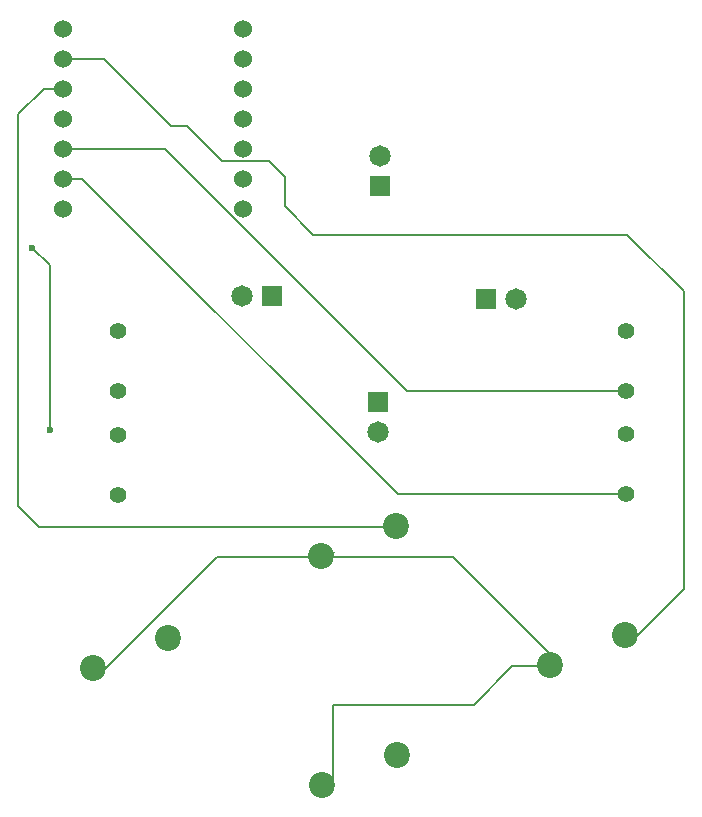
<source format=gbr>
%TF.GenerationSoftware,KiCad,Pcbnew,9.0.3*%
%TF.CreationDate,2025-08-02T05:31:17+05:30*%
%TF.ProjectId,coolbuildpathfinder,636f6f6c-6275-4696-9c64-706174686669,rev?*%
%TF.SameCoordinates,Original*%
%TF.FileFunction,Copper,L2,Bot*%
%TF.FilePolarity,Positive*%
%FSLAX46Y46*%
G04 Gerber Fmt 4.6, Leading zero omitted, Abs format (unit mm)*
G04 Created by KiCad (PCBNEW 9.0.3) date 2025-08-02 05:31:17*
%MOMM*%
%LPD*%
G01*
G04 APERTURE LIST*
%TA.AperFunction,ComponentPad*%
%ADD10C,1.400000*%
%TD*%
%TA.AperFunction,ComponentPad*%
%ADD11C,2.200000*%
%TD*%
%TA.AperFunction,ComponentPad*%
%ADD12C,1.815000*%
%TD*%
%TA.AperFunction,ComponentPad*%
%ADD13R,1.815000X1.815000*%
%TD*%
%TA.AperFunction,ComponentPad*%
%ADD14C,1.524000*%
%TD*%
%TA.AperFunction,ViaPad*%
%ADD15C,0.600000*%
%TD*%
%TA.AperFunction,Conductor*%
%ADD16C,0.200000*%
%TD*%
G04 APERTURE END LIST*
D10*
%TO.P,R2,1*%
%TO.N,Net-(D2-PadA)*%
X128400468Y-88724216D03*
%TO.P,R2,2*%
%TO.N,LED2*%
X128400468Y-83644216D03*
%TD*%
D11*
%TO.P,SW4,1,1*%
%TO.N,button4*%
X132640000Y-109620000D03*
%TO.P,SW4,2,2*%
%TO.N,GND*%
X126290000Y-112160000D03*
%TD*%
%TO.P,SW1,1,1*%
%TO.N,button3*%
X151935000Y-100175000D03*
%TO.P,SW1,2,2*%
%TO.N,GND*%
X145585000Y-102715000D03*
%TD*%
%TO.P,SW2,1,1*%
%TO.N,button2*%
X171340000Y-109420000D03*
%TO.P,SW2,2,2*%
%TO.N,GND*%
X164990000Y-111960000D03*
%TD*%
D12*
%TO.P,D3,A*%
%TO.N,Net-(D3-PadA)*%
X162100000Y-80931500D03*
D13*
%TO.P,D3,C*%
%TO.N,GND*%
X159560000Y-80931500D03*
%TD*%
D12*
%TO.P,D1,A*%
%TO.N,Net-(D1-PadA)*%
X138900000Y-80731500D03*
D13*
%TO.P,D1,C*%
%TO.N,GND*%
X141440000Y-80731500D03*
%TD*%
D10*
%TO.P,R1,1*%
%TO.N,Net-(D1-PadA)*%
X128400468Y-97584216D03*
%TO.P,R1,2*%
%TO.N,LED1*%
X128400468Y-92504216D03*
%TD*%
D11*
%TO.P,SW3,1,1*%
%TO.N,button1*%
X151960000Y-119520000D03*
%TO.P,SW3,2,2*%
%TO.N,GND*%
X145610000Y-122060000D03*
%TD*%
D14*
%TO.P,U1,1,GPIO26/ADC0/A0*%
%TO.N,button1*%
X123680000Y-58048500D03*
%TO.P,U1,2,GPIO27/ADC1/A1*%
%TO.N,button2*%
X123680000Y-60588500D03*
%TO.P,U1,3,GPIO28/ADC2/A2*%
%TO.N,button3*%
X123680000Y-63128500D03*
%TO.P,U1,4,GPIO29/ADC3/A3*%
%TO.N,button4*%
X123680000Y-65668500D03*
%TO.P,U1,5,GPIO6/SDA*%
%TO.N,LED3*%
X123680000Y-68208500D03*
%TO.P,U1,6,GPIO7/SCL*%
%TO.N,LED4*%
X123680000Y-70748500D03*
%TO.P,U1,7,GPIO0/TX*%
%TO.N,unconnected-(U1-GPIO0{slash}TX-Pad7)*%
X123680000Y-73288500D03*
%TO.P,U1,8,GPIO1/RX*%
%TO.N,unconnected-(U1-GPIO1{slash}RX-Pad8)*%
X138920000Y-73288500D03*
%TO.P,U1,9,GPIO2/SCK*%
%TO.N,LED2*%
X138920000Y-70748500D03*
%TO.P,U1,10,GPIO4/MISO*%
%TO.N,LED1*%
X138920000Y-68208500D03*
%TO.P,U1,11,GPIO3/MOSI*%
%TO.N,unconnected-(U1-GPIO3{slash}MOSI-Pad11)*%
X138920000Y-65668500D03*
%TO.P,U1,12,3V3*%
%TO.N,unconnected-(U1-3V3-Pad12)*%
X138920000Y-63128500D03*
%TO.P,U1,13,GND*%
%TO.N,GND*%
X138920000Y-60588500D03*
%TO.P,U1,14,VBUS*%
%TO.N,unconnected-(U1-VBUS-Pad14)*%
X138920000Y-58048500D03*
%TD*%
D10*
%TO.P,R4,1*%
%TO.N,Net-(D4-PadA)*%
X171399532Y-92375784D03*
%TO.P,R4,2*%
%TO.N,LED4*%
X171399532Y-97455784D03*
%TD*%
D12*
%TO.P,D2,A*%
%TO.N,Net-(D2-PadA)*%
X150600000Y-68861500D03*
D13*
%TO.P,D2,C*%
%TO.N,GND*%
X150600000Y-71401500D03*
%TD*%
D12*
%TO.P,D4,A*%
%TO.N,Net-(D4-PadA)*%
X150400000Y-92171500D03*
D13*
%TO.P,D4,C*%
%TO.N,GND*%
X150400000Y-89631500D03*
%TD*%
D10*
%TO.P,R3,1*%
%TO.N,Net-(D3-PadA)*%
X171399532Y-83675784D03*
%TO.P,R3,2*%
%TO.N,LED3*%
X171399532Y-88755784D03*
%TD*%
D15*
%TO.N,button1*%
X122600000Y-92000000D03*
X121100000Y-76600000D03*
%TD*%
D16*
%TO.N,GND*%
X146565000Y-102815000D02*
X146565000Y-102535000D01*
X158500000Y-115300000D02*
X146600000Y-115300000D01*
X146565000Y-102535000D02*
X146700000Y-102400000D01*
X136715000Y-102815000D02*
X146565000Y-102815000D01*
X161740000Y-112060000D02*
X158500000Y-115300000D01*
X127270000Y-112260000D02*
X136715000Y-102815000D01*
X146590000Y-115310000D02*
X146590000Y-122160000D01*
X165970000Y-112060000D02*
X161740000Y-112060000D01*
X146565000Y-102815000D02*
X156725000Y-102815000D01*
X146600000Y-115300000D02*
X146590000Y-115310000D01*
X156725000Y-102815000D02*
X165970000Y-112060000D01*
%TO.N,Net-(D3-PadA)*%
X171100000Y-83975316D02*
X171100000Y-84000000D01*
X171399532Y-83675784D02*
X171100000Y-83975316D01*
%TO.N,LED3*%
X152883974Y-88755784D02*
X132336690Y-68208500D01*
X171399532Y-88755784D02*
X152883974Y-88755784D01*
X132336690Y-68208500D02*
X123680000Y-68208500D01*
%TO.N,button3*%
X152915000Y-100275000D02*
X121675000Y-100275000D01*
X122071500Y-63128500D02*
X123680000Y-63128500D01*
X119900000Y-65300000D02*
X122071500Y-63128500D01*
X119900000Y-98500000D02*
X119900000Y-65300000D01*
X121675000Y-100275000D02*
X119900000Y-98500000D01*
%TO.N,button2*%
X134200000Y-66300000D02*
X132900000Y-66300000D01*
X142500000Y-70600000D02*
X141171500Y-69271500D01*
X132900000Y-66300000D02*
X127188500Y-60588500D01*
X141171500Y-69271500D02*
X137171500Y-69271500D01*
X144900000Y-75500000D02*
X142500000Y-73100000D01*
X127188500Y-60588500D02*
X123680000Y-60588500D01*
X172320000Y-109520000D02*
X176300000Y-105540000D01*
X176300000Y-105540000D02*
X176300000Y-80300000D01*
X142500000Y-73100000D02*
X142500000Y-70600000D01*
X171500000Y-75500000D02*
X144900000Y-75500000D01*
X137171500Y-69271500D02*
X134200000Y-66300000D01*
X176300000Y-80300000D02*
X171500000Y-75500000D01*
%TO.N,button1*%
X122600000Y-92000000D02*
X122600000Y-78100000D01*
X122600000Y-78100000D02*
X121100000Y-76600000D01*
%TO.N,LED4*%
X125348500Y-70748500D02*
X123680000Y-70748500D01*
X152055784Y-97455784D02*
X125348500Y-70748500D01*
X171399532Y-97455784D02*
X152055784Y-97455784D01*
%TD*%
M02*

</source>
